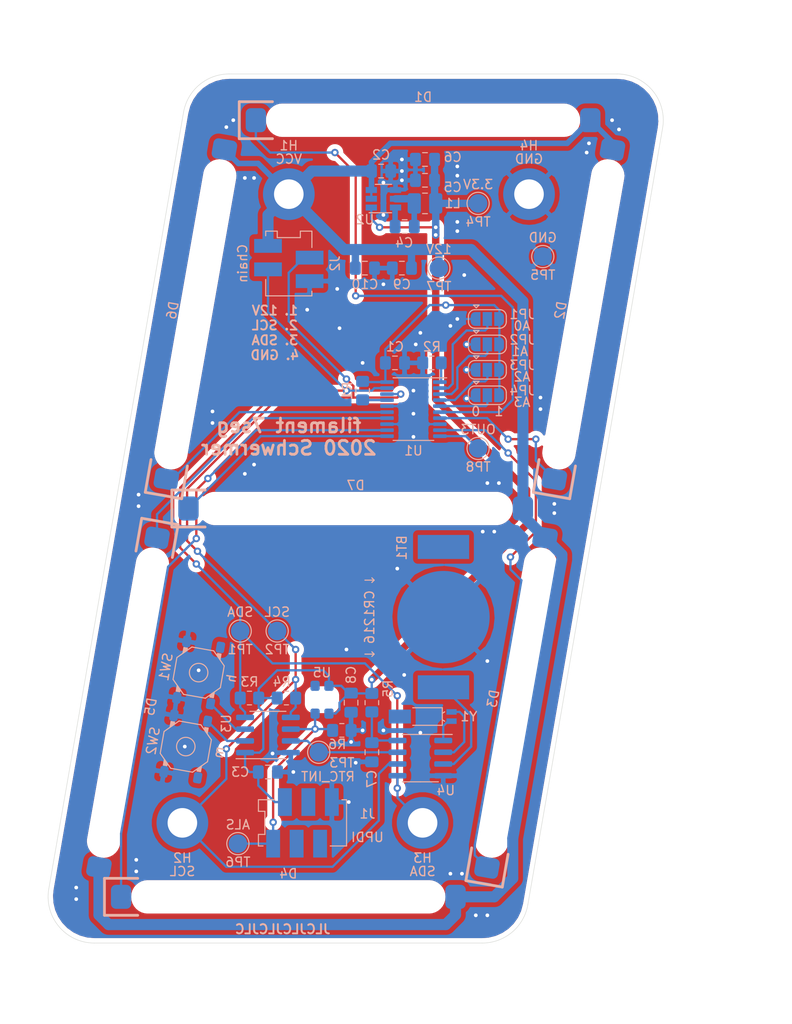
<source format=kicad_pcb>
(kicad_pcb (version 20171130) (host pcbnew 5.1.8)
  (layers (0 F.Cu signal) (31 B.Cu signal) (34 B.Paste user) (35 F.Paste user) (36 B.SilkS user) (37 F.SilkS user) (38 B.Mask user) (39 F.Mask user) (44 Edge.Cuts user))
  (net 0 "")
  (net 1 "Net-(D1-Pad1)")
  (net 2 "Net-(D2-Pad1)")
  (net 3 "Net-(D3-Pad1)")
  (net 4 "Net-(D4-Pad1)")
  (net 5 "Net-(D5-Pad1)")
  (net 6 "Net-(D6-Pad1)")
  (net 7 "Net-(D7-Pad1)")
  (net 8 +3V3)
  (net 9 GND)
  (net 10 +12V)
  (net 11 "Net-(C4-Pad2)")
  (net 12 "Net-(C4-Pad1)")
  (net 13 "Net-(C7-Pad2)")
  (net 14 "Net-(JP1-Pad2)")
  (net 15 "Net-(JP2-Pad2)")
  (net 16 "Net-(JP3-Pad2)")
  (net 17 "Net-(JP4-Pad2)")
  (net 18 "Net-(R1-Pad2)")
  (net 19 "Net-(R2-Pad1)")
  (net 20 SDA)
  (net 21 SCL)
  (net 22 "Net-(SW2-Pad1)")
  (net 23 "Net-(SW1-Pad1)")
  (net 24 "Net-(J1-Pad1)")
  (net 25 RTC_INT)
  (net 26 "Net-(BT1-Pad1)")
  (net 27 "Net-(U4-Pad2)")
  (net 28 "Net-(U4-Pad1)")
  (net 29 "Net-(J1-Pad3)")
  (net 30 "Net-(J1-Pad4)")
  (net 31 "Net-(J1-Pad5)")
  (net 32 "Net-(SW1-Pad2)")
  (net 33 "Net-(SW2-Pad2)")
  (net 34 "Net-(TP8-Pad1)")
  (module filament-clock:filament-led (layer B.Cu) (at 17.353388 21 80)
    (fp_text reference D3 (at 0 -2.5 260) (layer B.SilkS) (effects (justify mirror)))
    (fp_text value LED)
    (pad "" np_thru_hole oval (at 0 0 80) (size 33 2.6) (drill oval 33 2.6) (layers *.Cu *.Mask))
    (pad 2 smd roundrect (at 18.1 0 80) (size 2.2 2.6) (layers B.Cu B.Paste B.Mask) (net 10 +12V))
    (pad 1 smd roundrect (at -18.1 0 80) (size 2.2 2.6) (layers B.Cu B.Paste B.Mask) (net 3 "Net-(D3-Pad1)"))
  )
  (module filament-clock:filament-led (layer B.Cu) (at 7.293223 -42)
    (fp_text reference D1 (at 0 -2.5) (layer B.SilkS) (effects (justify mirror)))
    (fp_text value LED)
    (pad "" np_thru_hole oval (at 0 0) (size 33 2.6) (drill oval 33 2.6) (layers *.Cu *.Mask))
    (pad 2 smd roundrect (at 18.1 0) (size 2.2 2.6) (layers B.Cu B.Paste B.Mask) (net 10 +12V))
    (pad 1 smd roundrect (at -18.1 0) (size 2.2 2.6) (layers B.Cu B.Paste B.Mask) (net 1 "Net-(D1-Pad1)"))
  )
  (module filament-clock:filament-led (layer B.Cu) (at 24.646611 -21 80)
    (fp_text reference D2 (at 0 -2.5 260) (layer B.SilkS) (effects (justify mirror)))
    (fp_text value LED)
    (pad "" np_thru_hole oval (at 0 0 80) (size 33 2.6) (drill oval 33 2.6) (layers *.Cu *.Mask))
    (pad 2 smd roundrect (at 18.1 0 80) (size 2.2 2.6) (layers B.Cu B.Paste B.Mask) (net 10 +12V))
    (pad 1 smd roundrect (at -18.1 0 80) (size 2.2 2.6) (layers B.Cu B.Paste B.Mask) (net 2 "Net-(D2-Pad1)"))
  )
  (module filament-clock:filament-led (layer B.Cu) (at -7.293223 42)
    (fp_text reference D4 (at 0 -2.5) (layer B.SilkS) (effects (justify mirror)))
    (fp_text value LED)
    (pad "" np_thru_hole oval (at 0 0) (size 33 2.6) (drill oval 33 2.6) (layers *.Cu *.Mask))
    (pad 2 smd roundrect (at 18.1 0) (size 2.2 2.6) (layers B.Cu B.Paste B.Mask) (net 10 +12V))
    (pad 1 smd roundrect (at -18.1 0) (size 2.2 2.6) (layers B.Cu B.Paste B.Mask) (net 4 "Net-(D4-Pad1)"))
  )
  (module filament-clock:filament-led (layer B.Cu) (at -24.646611 21 260)
    (fp_text reference D5 (at 0 -2.5 260) (layer B.SilkS) (effects (justify mirror)))
    (fp_text value LED)
    (pad "" np_thru_hole oval (at 0 0 260) (size 33 2.6) (drill oval 33 2.6) (layers *.Cu *.Mask))
    (pad 2 smd roundrect (at 18.1 0 260) (size 2.2 2.6) (layers B.Cu B.Paste B.Mask) (net 10 +12V))
    (pad 1 smd roundrect (at -18.1 0 260) (size 2.2 2.6) (layers B.Cu B.Paste B.Mask) (net 5 "Net-(D5-Pad1)"))
  )
  (module filament-clock:filament-led (layer B.Cu) (at -17.353388 -21 80)
    (fp_text reference D6 (at 0 -2.5 260) (layer B.SilkS) (effects (justify mirror)))
    (fp_text value LED)
    (pad "" np_thru_hole oval (at 0 0 80) (size 33 2.6) (drill oval 33 2.6) (layers *.Cu *.Mask))
    (pad 2 smd roundrect (at 18.1 0 80) (size 2.2 2.6) (layers B.Cu B.Paste B.Mask) (net 10 +12V))
    (pad 1 smd roundrect (at -18.1 0 80) (size 2.2 2.6) (layers B.Cu B.Paste B.Mask) (net 6 "Net-(D6-Pad1)"))
  )
  (module filament-clock:filament-led (layer B.Cu) (at 0 0)
    (fp_text reference D7 (at 0 -2.5) (layer B.SilkS) (effects (justify mirror)))
    (fp_text value LED)
    (pad "" np_thru_hole oval (at 0 0) (size 33 2.6) (drill oval 33 2.6) (layers *.Cu *.Mask))
    (pad 2 smd roundrect (at 18.1 0) (size 2.2 2.6) (layers B.Cu B.Paste B.Mask) (net 10 +12V))
    (pad 1 smd roundrect (at -18.1 0) (size 2.2 2.6) (layers B.Cu B.Paste B.Mask) (net 7 "Net-(D7-Pad1)"))
  )
  (module filament-clock:ConnectorMicromatch-6 (layer B.Cu) (at -5.759194 34 180)
    (fp_text reference J1 (at -7.029194 0.98) (layer B.SilkS) (effects (justify mirror)))
    (fp_text value UPDI (at -7.029194 -1.56) (layer B.SilkS) (effects (justify mirror)))
    (pad 1 smd rect (at 3.175 -2.25 180) (size 1.5 3) (layers B.Cu B.Paste B.Mask) (net 24 "Net-(J1-Pad1)"))
    (pad 2 smd rect (at 1.905 2.25 180) (size 1.5 3) (layers B.Cu B.Paste B.Mask) (net 8 +3V3))
    (pad 3 smd rect (at 0.635 -2.25 180) (size 1.5 3) (layers B.Cu B.Paste B.Mask) (net 29 "Net-(J1-Pad3)"))
    (pad 4 smd rect (at -0.635 2.25 180) (size 1.5 3) (layers B.Cu B.Paste B.Mask) (net 30 "Net-(J1-Pad4)"))
    (pad 5 smd rect (at -1.905 -2.25 180) (size 1.5 3) (layers B.Cu B.Paste B.Mask) (net 31 "Net-(J1-Pad5)"))
    (pad 6 smd rect (at -3.175 2.25 180) (size 1.5 3) (layers B.Cu B.Paste B.Mask) (net 9 GND))
  )
  (module filament-clock:chipled-4 (layer B.Cu) (at -3.646611 20.680962)
    (fp_text reference U5 (at 0 -2.930962) (layer B.SilkS) (effects (justify mirror)))
    (fp_text value apds-9006)
    (pad "" np_thru_hole oval (at -0.85 0) (size 1 1.89) (drill oval 1 1.89) (layers *.Cu *.Mask))
    (pad "" np_thru_hole oval (at 0.85 0) (size 1 1.89) (drill oval 1 1.89) (layers *.Cu *.Mask))
    (pad "" np_thru_hole oval (at 0 -0.445) (size 2.7 1) (drill oval 2.7 1) (layers *.Cu *.Mask))
    (pad "" np_thru_hole oval (at 0 0.445) (size 2.7 1) (drill oval 2.7 1) (layers *.Cu *.Mask))
    (pad 3 smd roundrect (at 0.75 -1.5) (size 1 1.11) (layers B.Cu B.Paste B.Mask) (net 8 +3V3))
    (pad 4 smd roundrect (at -0.75 -1.5) (size 1 1.11) (layers B.Cu B.Paste B.Mask))
    (pad 2 smd roundrect (at 0.75 1.5) (size 1 1.11) (layers B.Cu B.Paste B.Mask) (net 8 +3V3))
    (pad 1 smd roundrect (at -0.75 1.5) (size 1 1.11) (layers B.Cu B.Paste B.Mask) (net 24 "Net-(J1-Pad1)"))
  )
  (module filament-clock:pts526 (layer B.Cu) (at -17 17.75 80)
    (fp_text reference SW1 (at 0 -3.6 260) (layer B.SilkS) (effects (justify mirror)))
    (fp_text value h (at 0 3.6 260) (layer B.SilkS) (effects (justify mirror)))
    (pad 4 smd roundrect (at 3.1 -1.85 80) (size 1.2 0.9) (layers B.Cu B.Paste B.Mask) (net 9 GND))
    (pad 3 smd roundrect (at -3.1 -1.85 80) (size 1.2 0.9) (layers B.Cu B.Paste B.Mask) (net 9 GND))
    (pad 1 smd roundrect (at -3.1 1.85 80) (size 1.2 0.9) (layers B.Cu B.Paste B.Mask) (net 23 "Net-(SW1-Pad1)"))
    (pad 2 smd roundrect (at 3.1 1.85 80) (size 1.2 0.9) (layers B.Cu B.Paste B.Mask) (net 32 "Net-(SW1-Pad2)"))
  )
  (module filament-clock:pts526 (layer B.Cu) (at -18.389185 25.75 80)
    (fp_text reference SW2 (at 0 -3.6 -100) (layer B.SilkS) (effects (justify mirror)))
    (fp_text value m (at 0 3.6 -100) (layer B.SilkS) (effects (justify mirror)))
    (pad 4 smd roundrect (at 3.1 -1.85 80) (size 1.2 0.9) (layers B.Cu B.Paste B.Mask) (net 9 GND))
    (pad 3 smd roundrect (at -3.1 -1.85 80) (size 1.2 0.9) (layers B.Cu B.Paste B.Mask) (net 9 GND))
    (pad 1 smd roundrect (at -3.1 1.85 80) (size 1.2 0.9) (layers B.Cu B.Paste B.Mask) (net 22 "Net-(SW2-Pad1)"))
    (pad 2 smd roundrect (at 3.1 1.85 80) (size 1.2 0.9) (layers B.Cu B.Paste B.Mask) (net 33 "Net-(SW2-Pad2)"))
  )
  (module filament-clock:ConnectorMicromatch-4 (layer B.Cu) (at -7.240806 -26.5 90)
    (fp_text reference J2 (at 0 5 90) (layer B.SilkS) (effects (justify mirror)))
    (fp_text value Chain (at 0 -5 90) (layer B.SilkS) (effects (justify mirror)))
    (pad 1 smd rect (at 1.905 -2.25 90) (size 1.5 3) (layers B.Cu B.Paste B.Mask) (net 10 +12V))
    (pad 2 smd rect (at 0.635 2.25 90) (size 1.5 3) (layers B.Cu B.Paste B.Mask) (net 21 SCL))
    (pad 3 smd rect (at -0.635 -2.25 90) (size 1.5 3) (layers B.Cu B.Paste B.Mask) (net 20 SDA))
    (pad 4 smd rect (at -1.905 2.25 90) (size 1.5 3) (layers B.Cu B.Paste B.Mask) (net 9 GND))
  )
  (module filament-clock:BC-2017 (layer B.Cu) (at 9.5 11.75 90)
    (fp_text reference BT1 (at 7.5 -4.5 90) (layer B.SilkS) (effects (justify mirror)))
    (fp_text value CR1216)
    (fp_text user CR1216 (at 0 -8 90) (layer B.SilkS) (effects (justify mirror)))
    (pad 2 smd circle (at 0 0 90) (size 10 10) (layers B.Cu B.Mask) (net 9 GND))
    (pad 1 smd rect (at 7.59 0 90) (size 2.6 5.56) (layers B.Cu B.Paste B.Mask) (net 26 "Net-(BT1-Pad1)"))
    (pad 1 smd rect (at -7.59 0 90) (size 2.6 5.56) (layers B.Cu B.Paste B.Mask) (net 26 "Net-(BT1-Pad1)"))
  )
  (module Jumper:SolderJumper-3_P1.3mm_Open_RoundedPad1.0x1.5mm (layer B.Cu) (at 14.25 -12.25)
    (fp_text reference JP4 (at 3.75 -0.5) (layer B.SilkS) (effects (justify mirror)))
    (fp_text value A3 (at 3.75 0.75) (layer B.SilkS) (effects (justify mirror)))
    (pad 2 smd rect (at 0 0) (size 1 1.5) (layers B.Cu B.Mask) (net 17 "Net-(JP4-Pad2)"))
    (pad 3 smd custom (at 1.3 0) (size 1 0.5) (layers B.Cu B.Mask) (net 8 +3V3) (options (clearance outline) (anchor rect)) (primitives (gr_circle (center 0 -0.25) (end 0.5 -0.25) (width 0)) (gr_circle (center 0 0.25) (end 0.5 0.25) (width 0)) (gr_poly (pts (xy -0.55 0.75) (xy 0 0.75) (xy 0 -0.75) (xy -0.55 -0.75)) (width 0))))
    (pad 1 smd custom (at -1.3 0) (size 1 0.5) (layers B.Cu B.Mask) (net 9 GND) (options (clearance outline) (anchor rect)) (primitives (gr_circle (center 0 -0.25) (end 0.5 -0.25) (width 0)) (gr_circle (center 0 0.25) (end 0.5 0.25) (width 0)) (gr_poly (pts (xy 0.55 0.75) (xy 0 0.75) (xy 0 -0.75) (xy 0.55 -0.75)) (width 0))))
  )
  (module Resistor_SMD:R_0805_2012Metric_Pad1.20x1.40mm_HandSolder (layer B.Cu) (at 1.75 21 270)
    (fp_text reference R5 (at -1.5 -1.75 90) (layer B.SilkS) (effects (justify mirror)))
    (fp_text value 1k)
    (pad 2 smd roundrect (at 1 0 270) (size 1.2 1.4) (layers B.Cu B.Paste B.Mask) (roundrect_rratio 0.2083325) (net 13 "Net-(C7-Pad2)"))
    (pad 1 smd roundrect (at -1 0 270) (size 1.2 1.4) (layers B.Cu B.Paste B.Mask) (roundrect_rratio 0.2083325) (net 8 +3V3))
  )
  (module Capacitor_SMD:C_0805_2012Metric_Pad1.18x1.45mm_HandSolder (layer B.Cu) (at 4.25 -15.75)
    (fp_text reference C1 (at 0 -1.75) (layer B.SilkS) (effects (justify mirror)))
    (fp_text value 100n)
    (pad 2 smd roundrect (at 1.0375 0) (size 1.175 1.45) (layers B.Cu B.Paste B.Mask) (roundrect_rratio 0.2127659574468085) (net 9 GND))
    (pad 1 smd roundrect (at -1.0375 0) (size 1.175 1.45) (layers B.Cu B.Paste B.Mask) (roundrect_rratio 0.2127659574468085) (net 8 +3V3))
  )
  (module Capacitor_SMD:C_0805_2012Metric_Pad1.18x1.45mm_HandSolder (layer B.Cu) (at 2.75 -36.5)
    (fp_text reference C2 (at 0 -1.75) (layer B.SilkS) (effects (justify mirror)))
    (fp_text value 10µ)
    (pad 2 smd roundrect (at 1.0375 0) (size 1.175 1.45) (layers B.Cu B.Paste B.Mask) (roundrect_rratio 0.2127659574468085) (net 9 GND))
    (pad 1 smd roundrect (at -1.0375 0) (size 1.175 1.45) (layers B.Cu B.Paste B.Mask) (roundrect_rratio 0.2127659574468085) (net 10 +12V))
  )
  (module Capacitor_SMD:C_0805_2012Metric_Pad1.18x1.45mm_HandSolder (layer B.Cu) (at -9.5 28.5 180)
    (fp_text reference C3 (at 3 0) (layer B.SilkS) (effects (justify mirror)))
    (fp_text value 100n)
    (pad 2 smd roundrect (at 1.0375 0 180) (size 1.175 1.45) (layers B.Cu B.Paste B.Mask) (roundrect_rratio 0.2127659574468085) (net 8 +3V3))
    (pad 1 smd roundrect (at -1.0375 0 180) (size 1.175 1.45) (layers B.Cu B.Paste B.Mask) (roundrect_rratio 0.2127659574468085) (net 9 GND))
  )
  (module Capacitor_SMD:C_0805_2012Metric_Pad1.18x1.45mm_HandSolder (layer B.Cu) (at 5.3 -30.5 180)
    (fp_text reference C4 (at 0.05 -1.75) (layer B.SilkS) (effects (justify mirror)))
    (fp_text value 100n)
    (pad 2 smd roundrect (at 1.0375 0 180) (size 1.175 1.45) (layers B.Cu B.Paste B.Mask) (roundrect_rratio 0.2127659574468085) (net 11 "Net-(C4-Pad2)"))
    (pad 1 smd roundrect (at -1.0375 0 180) (size 1.175 1.45) (layers B.Cu B.Paste B.Mask) (roundrect_rratio 0.2127659574468085) (net 12 "Net-(C4-Pad1)"))
  )
  (module Capacitor_SMD:C_0805_2012Metric_Pad1.18x1.45mm_HandSolder (layer B.Cu) (at 7.5 -35.5 180)
    (fp_text reference C5 (at -3 -0.75) (layer B.SilkS) (effects (justify mirror)))
    (fp_text value 22µ)
    (pad 2 smd roundrect (at 1.0375 0 180) (size 1.175 1.45) (layers B.Cu B.Paste B.Mask) (roundrect_rratio 0.2127659574468085) (net 9 GND))
    (pad 1 smd roundrect (at -1.0375 0 180) (size 1.175 1.45) (layers B.Cu B.Paste B.Mask) (roundrect_rratio 0.2127659574468085) (net 8 +3V3))
  )
  (module Capacitor_SMD:C_0805_2012Metric_Pad1.18x1.45mm_HandSolder (layer B.Cu) (at 7.5 -37.75 180)
    (fp_text reference C6 (at -3 0.25) (layer B.SilkS) (effects (justify mirror)))
    (fp_text value 22µ)
    (pad 2 smd roundrect (at 1.0375 0 180) (size 1.175 1.45) (layers B.Cu B.Paste B.Mask) (roundrect_rratio 0.2127659574468085) (net 9 GND))
    (pad 1 smd roundrect (at -1.0375 0 180) (size 1.175 1.45) (layers B.Cu B.Paste B.Mask) (roundrect_rratio 0.2127659574468085) (net 8 +3V3))
  )
  (module Capacitor_SMD:C_0805_2012Metric_Pad1.18x1.45mm_HandSolder (layer B.Cu) (at 1.75 26.365 90)
    (fp_text reference C7 (at -2.885 0 90) (layer B.SilkS) (effects (justify mirror)))
    (fp_text value 3.3µ)
    (pad 2 smd roundrect (at 1.0375 0 90) (size 1.175 1.45) (layers B.Cu B.Paste B.Mask) (roundrect_rratio 0.2127659574468085) (net 13 "Net-(C7-Pad2)"))
    (pad 1 smd roundrect (at -1.0375 0 90) (size 1.175 1.45) (layers B.Cu B.Paste B.Mask) (roundrect_rratio 0.2127659574468085) (net 9 GND))
  )
  (module Jumper:SolderJumper-3_P1.3mm_Open_RoundedPad1.0x1.5mm (layer B.Cu) (at 14.25 -20.5)
    (fp_text reference JP1 (at 3.75 -0.5) (layer B.SilkS) (effects (justify mirror)))
    (fp_text value A0 (at 3.75 0.75) (layer B.SilkS) (effects (justify mirror)))
    (pad 2 smd rect (at 0 0) (size 1 1.5) (layers B.Cu B.Mask) (net 14 "Net-(JP1-Pad2)"))
    (pad 3 smd custom (at 1.3 0) (size 1 0.5) (layers B.Cu B.Mask) (net 8 +3V3) (options (clearance outline) (anchor rect)) (primitives (gr_circle (center 0 -0.25) (end 0.5 -0.25) (width 0)) (gr_circle (center 0 0.25) (end 0.5 0.25) (width 0)) (gr_poly (pts (xy -0.55 0.75) (xy 0 0.75) (xy 0 -0.75) (xy -0.55 -0.75)) (width 0))))
    (pad 1 smd custom (at -1.3 0) (size 1 0.5) (layers B.Cu B.Mask) (net 9 GND) (options (clearance outline) (anchor rect)) (primitives (gr_circle (center 0 -0.25) (end 0.5 -0.25) (width 0)) (gr_circle (center 0 0.25) (end 0.5 0.25) (width 0)) (gr_poly (pts (xy 0.55 0.75) (xy 0 0.75) (xy 0 -0.75) (xy 0.55 -0.75)) (width 0))))
  )
  (module Jumper:SolderJumper-3_P1.3mm_Open_RoundedPad1.0x1.5mm (layer B.Cu) (at 14.25 -17.75)
    (fp_text reference JP2 (at 3.75 -0.5) (layer B.SilkS) (effects (justify mirror)))
    (fp_text value A1 (at 3.5 0.75) (layer B.SilkS) (effects (justify mirror)))
    (pad 2 smd rect (at 0 0) (size 1 1.5) (layers B.Cu B.Mask) (net 15 "Net-(JP2-Pad2)"))
    (pad 3 smd custom (at 1.3 0) (size 1 0.5) (layers B.Cu B.Mask) (net 8 +3V3) (options (clearance outline) (anchor rect)) (primitives (gr_circle (center 0 -0.25) (end 0.5 -0.25) (width 0)) (gr_circle (center 0 0.25) (end 0.5 0.25) (width 0)) (gr_poly (pts (xy -0.55 0.75) (xy 0 0.75) (xy 0 -0.75) (xy -0.55 -0.75)) (width 0))))
    (pad 1 smd custom (at -1.3 0) (size 1 0.5) (layers B.Cu B.Mask) (net 9 GND) (options (clearance outline) (anchor rect)) (primitives (gr_circle (center 0 -0.25) (end 0.5 -0.25) (width 0)) (gr_circle (center 0 0.25) (end 0.5 0.25) (width 0)) (gr_poly (pts (xy 0.55 0.75) (xy 0 0.75) (xy 0 -0.75) (xy 0.55 -0.75)) (width 0))))
  )
  (module Jumper:SolderJumper-3_P1.3mm_Open_RoundedPad1.0x1.5mm (layer B.Cu) (at 14.25 -15)
    (fp_text reference JP3 (at 3.75 -0.5) (layer B.SilkS) (effects (justify mirror)))
    (fp_text value A2 (at 3.75 0.75) (layer B.SilkS) (effects (justify mirror)))
    (pad 2 smd rect (at 0 0) (size 1 1.5) (layers B.Cu B.Mask) (net 16 "Net-(JP3-Pad2)"))
    (pad 3 smd custom (at 1.3 0) (size 1 0.5) (layers B.Cu B.Mask) (net 8 +3V3) (options (clearance outline) (anchor rect)) (primitives (gr_circle (center 0 -0.25) (end 0.5 -0.25) (width 0)) (gr_circle (center 0 0.25) (end 0.5 0.25) (width 0)) (gr_poly (pts (xy -0.55 0.75) (xy 0 0.75) (xy 0 -0.75) (xy -0.55 -0.75)) (width 0))))
    (pad 1 smd custom (at -1.3 0) (size 1 0.5) (layers B.Cu B.Mask) (net 9 GND) (options (clearance outline) (anchor rect)) (primitives (gr_circle (center 0 -0.25) (end 0.5 -0.25) (width 0)) (gr_circle (center 0 0.25) (end 0.5 0.25) (width 0)) (gr_poly (pts (xy 0.55 0.75) (xy 0 0.75) (xy 0 -0.75) (xy 0.55 -0.75)) (width 0))))
  )
  (module Inductor_SMD:L_1008_2520Metric_Pad1.43x2.20mm_HandSolder (layer B.Cu) (at 7.5 -33)
    (fp_text reference L1 (at 3 0) (layer B.SilkS) (effects (justify mirror)))
    (fp_text value 4.7µ)
    (pad 2 smd roundrect (at 1.1625 0) (size 1.425 2.2) (layers B.Cu B.Paste B.Mask) (roundrect_rratio 0.1754385964912281) (net 8 +3V3))
    (pad 1 smd roundrect (at -1.1625 0) (size 1.425 2.2) (layers B.Cu B.Paste B.Mask) (roundrect_rratio 0.1754385964912281) (net 12 "Net-(C4-Pad1)"))
  )
  (module Resistor_SMD:R_0805_2012Metric_Pad1.20x1.40mm_HandSolder (layer B.Cu) (at 0.75 -12.75 270)
    (fp_text reference R1 (at 0 1.65 90) (layer B.SilkS) (effects (justify mirror)))
    (fp_text value 10k)
    (pad 2 smd roundrect (at 1 0 270) (size 1.2 1.4) (layers B.Cu B.Paste B.Mask) (roundrect_rratio 0.2083325) (net 18 "Net-(R1-Pad2)"))
    (pad 1 smd roundrect (at -1 0 270) (size 1.2 1.4) (layers B.Cu B.Paste B.Mask) (roundrect_rratio 0.2083325) (net 8 +3V3))
  )
  (module Resistor_SMD:R_0805_2012Metric_Pad1.20x1.40mm_HandSolder (layer B.Cu) (at 8.25 -15.75 180)
    (fp_text reference R2 (at 0 1.75) (layer B.SilkS) (effects (justify mirror)))
    (fp_text value 3.9k)
    (pad 2 smd roundrect (at 1 0 180) (size 1.2 1.4) (layers B.Cu B.Paste B.Mask) (roundrect_rratio 0.2083325) (net 9 GND))
    (pad 1 smd roundrect (at -1 0 180) (size 1.2 1.4) (layers B.Cu B.Paste B.Mask) (roundrect_rratio 0.2083325) (net 19 "Net-(R2-Pad1)"))
  )
  (module Resistor_SMD:R_0805_2012Metric_Pad1.20x1.40mm_HandSolder (layer B.Cu) (at -11.5 20.5 180)
    (fp_text reference R3 (at 0 1.75) (layer B.SilkS) (effects (justify mirror)))
    (fp_text value 4.7k)
    (pad 2 smd roundrect (at 1 0 180) (size 1.2 1.4) (layers B.Cu B.Paste B.Mask) (roundrect_rratio 0.2083325) (net 20 SDA))
    (pad 1 smd roundrect (at -1 0 180) (size 1.2 1.4) (layers B.Cu B.Paste B.Mask) (roundrect_rratio 0.2083325) (net 8 +3V3))
  )
  (module Resistor_SMD:R_0805_2012Metric_Pad1.20x1.40mm_HandSolder (layer B.Cu) (at -7.5 20.5)
    (fp_text reference R4 (at -0.5 -1.75) (layer B.SilkS) (effects (justify mirror)))
    (fp_text value 4.7k)
    (pad 2 smd roundrect (at 1 0) (size 1.2 1.4) (layers B.Cu B.Paste B.Mask) (roundrect_rratio 0.2083325) (net 21 SCL))
    (pad 1 smd roundrect (at -1 0) (size 1.2 1.4) (layers B.Cu B.Paste B.Mask) (roundrect_rratio 0.2083325) (net 8 +3V3))
  )
  (module Package_SO:TSSOP-20_4.4x6.5mm_P0.65mm (layer B.Cu) (at 6.25 -10.75 180)
    (fp_text reference U1 (at 0 -4.5) (layer B.SilkS) (effects (justify mirror)))
    (fp_text value TLC59108xPW)
    (pad 20 smd roundrect (at 2.8625 2.925 180) (size 1.475 0.4) (layers B.Cu B.Paste B.Mask) (net 8 +3V3))
    (pad 19 smd roundrect (at 2.8625 2.275 180) (size 1.475 0.4) (layers B.Cu B.Paste B.Mask) (net 20 SDA))
    (pad 18 smd roundrect (at 2.8625 1.625 180) (size 1.475 0.4) (layers B.Cu B.Paste B.Mask) (net 21 SCL))
    (pad 17 smd roundrect (at 2.8625 0.975 180) (size 1.475 0.4) (layers B.Cu B.Paste B.Mask) (net 18 "Net-(R1-Pad2)"))
    (pad 16 smd roundrect (at 2.8625 0.325 180) (size 1.475 0.4) (layers B.Cu B.Paste B.Mask) (net 9 GND))
    (pad 15 smd roundrect (at 2.8625 -0.325 180) (size 1.475 0.4) (layers B.Cu B.Paste B.Mask) (net 6 "Net-(D6-Pad1)"))
    (pad 14 smd roundrect (at 2.8625 -0.975 180) (size 1.475 0.4) (layers B.Cu B.Paste B.Mask) (net 5 "Net-(D5-Pad1)"))
    (pad 13 smd roundrect (at 2.8625 -1.625 180) (size 1.475 0.4) (layers B.Cu B.Paste B.Mask) (net 9 GND))
    (pad 12 smd roundrect (at 2.8625 -2.275 180) (size 1.475 0.4) (layers B.Cu B.Paste B.Mask) (net 4 "Net-(D4-Pad1)"))
    (pad 11 smd roundrect (at 2.8625 -2.925 180) (size 1.475 0.4) (layers B.Cu B.Paste B.Mask) (net 7 "Net-(D7-Pad1)"))
    (pad 10 smd roundrect (at -2.8625 -2.925 180) (size 1.475 0.4) (layers B.Cu B.Paste B.Mask) (net 34 "Net-(TP8-Pad1)"))
    (pad 9 smd roundrect (at -2.8625 -2.275 180) (size 1.475 0.4) (layers B.Cu B.Paste B.Mask) (net 3 "Net-(D3-Pad1)"))
    (pad 8 smd roundrect (at -2.8625 -1.625 180) (size 1.475 0.4) (layers B.Cu B.Paste B.Mask) (net 9 GND))
    (pad 7 smd roundrect (at -2.8625 -0.975 180) (size 1.475 0.4) (layers B.Cu B.Paste B.Mask) (net 2 "Net-(D2-Pad1)"))
    (pad 6 smd roundrect (at -2.8625 -0.325 180) (size 1.475 0.4) (layers B.Cu B.Paste B.Mask) (net 1 "Net-(D1-Pad1)"))
    (pad 5 smd roundrect (at -2.8625 0.325 180) (size 1.475 0.4) (layers B.Cu B.Paste B.Mask) (net 17 "Net-(JP4-Pad2)"))
    (pad 4 smd roundrect (at -2.8625 0.975 180) (size 1.475 0.4) (layers B.Cu B.Paste B.Mask) (net 16 "Net-(JP3-Pad2)"))
    (pad 3 smd roundrect (at -2.8625 1.625 180) (size 1.475 0.4) (layers B.Cu B.Paste B.Mask) (net 15 "Net-(JP2-Pad2)"))
    (pad 2 smd roundrect (at -2.8625 2.275 180) (size 1.475 0.4) (layers B.Cu B.Paste B.Mask) (net 14 "Net-(JP1-Pad2)"))
    (pad 1 smd roundrect (at -2.8625 2.925 180) (size 1.475 0.4) (layers B.Cu B.Paste B.Mask) (net 19 "Net-(R2-Pad1)"))
  )
  (module Package_TO_SOT_SMD:TSOT-23-6 (layer B.Cu) (at 3 -33.5)
    (fp_text reference U2 (at -2 2.25) (layer B.SilkS) (effects (justify mirror)))
    (fp_text value AP63203WU)
    (pad 6 smd rect (at 1.31 0.95) (size 1.22 0.65) (layers B.Cu B.Paste B.Mask) (net 11 "Net-(C4-Pad2)"))
    (pad 5 smd rect (at 1.31 0) (size 1.22 0.65) (layers B.Cu B.Paste B.Mask) (net 12 "Net-(C4-Pad1)"))
    (pad 4 smd rect (at 1.31 -0.95) (size 1.22 0.65) (layers B.Cu B.Paste B.Mask) (net 9 GND))
    (pad 3 smd rect (at -1.31 -0.95) (size 1.22 0.65) (layers B.Cu B.Paste B.Mask) (net 10 +12V))
    (pad 2 smd rect (at -1.31 0) (size 1.22 0.65) (layers B.Cu B.Paste B.Mask) (net 10 +12V))
    (pad 1 smd rect (at -1.31 0.95) (size 1.22 0.65) (layers B.Cu B.Paste B.Mask) (net 8 +3V3))
  )
  (module Package_SO:SOIC-8_3.9x4.9mm_P1.27mm (layer B.Cu) (at -9.5 24.5)
    (fp_text reference U3 (at -4.5 -1.25 90) (layer B.SilkS) (effects (justify mirror)))
    (fp_text value ATtiny412-SS)
    (pad 8 smd roundrect (at 2.475 1.905) (size 1.95 0.6) (layers B.Cu B.Paste B.Mask) (net 9 GND))
    (pad 7 smd roundrect (at 2.475 0.635) (size 1.95 0.6) (layers B.Cu B.Paste B.Mask) (net 25 RTC_INT))
    (pad 6 smd roundrect (at 2.475 -0.635) (size 1.95 0.6) (layers B.Cu B.Paste B.Mask) (net 24 "Net-(J1-Pad1)"))
    (pad 5 smd roundrect (at 2.475 -1.905) (size 1.95 0.6) (layers B.Cu B.Paste B.Mask) (net 21 SCL))
    (pad 4 smd roundrect (at -2.475 -1.905) (size 1.95 0.6) (layers B.Cu B.Paste B.Mask) (net 20 SDA))
    (pad 3 smd roundrect (at -2.475 -0.635) (size 1.95 0.6) (layers B.Cu B.Paste B.Mask) (net 23 "Net-(SW1-Pad1)"))
    (pad 2 smd roundrect (at -2.475 0.635) (size 1.95 0.6) (layers B.Cu B.Paste B.Mask) (net 33 "Net-(SW2-Pad2)"))
    (pad 1 smd roundrect (at -2.475 1.905) (size 1.95 0.6) (layers B.Cu B.Paste B.Mask) (net 8 +3V3))
  )
  (module Package_SO:SOIC-8_3.9x4.9mm_P1.27mm (layer B.Cu) (at 7 27 180)
    (fp_text reference U4 (at -2.75 -3.5) (layer B.SilkS) (effects (justify mirror)))
    (fp_text value PCF8523T)
    (pad 8 smd roundrect (at 2.475 1.905 180) (size 1.95 0.6) (layers B.Cu B.Paste B.Mask) (net 13 "Net-(C7-Pad2)"))
    (pad 7 smd roundrect (at 2.475 0.635 180) (size 1.95 0.6) (layers B.Cu B.Paste B.Mask) (net 25 RTC_INT))
    (pad 6 smd roundrect (at 2.475 -0.635 180) (size 1.95 0.6) (layers B.Cu B.Paste B.Mask) (net 21 SCL))
    (pad 5 smd roundrect (at 2.475 -1.905 180) (size 1.95 0.6) (layers B.Cu B.Paste B.Mask) (net 20 SDA))
    (pad 4 smd roundrect (at -2.475 -1.905 180) (size 1.95 0.6) (layers B.Cu B.Paste B.Mask) (net 9 GND))
    (pad 3 smd roundrect (at -2.475 -0.635 180) (size 1.95 0.6) (layers B.Cu B.Paste B.Mask) (net 26 "Net-(BT1-Pad1)"))
    (pad 2 smd roundrect (at -2.475 0.635 180) (size 1.95 0.6) (layers B.Cu B.Paste B.Mask) (net 27 "Net-(U4-Pad2)"))
    (pad 1 smd roundrect (at -2.475 1.905 180) (size 1.95 0.6) (layers B.Cu B.Paste B.Mask) (net 28 "Net-(U4-Pad1)"))
  )
  (module Resistor_SMD:R_0805_2012Metric_Pad1.20x1.40mm_HandSolder (layer B.Cu) (at -1.5 24)
    (fp_text reference R6 (at -0.5 1.5) (layer B.SilkS) (effects (justify mirror)))
    (fp_text value 5k)
    (pad 2 smd roundrect (at 1 0) (size 1.2 1.4) (layers B.Cu B.Paste B.Mask) (roundrect_rratio 0.2083325) (net 9 GND))
    (pad 1 smd roundrect (at -1 0) (size 1.2 1.4) (layers B.Cu B.Paste B.Mask) (roundrect_rratio 0.2083325) (net 24 "Net-(J1-Pad1)"))
  )
  (module TestPoint:TestPoint_Pad_D2.0mm (layer B.Cu) (at -12.5 13.25)
    (fp_text reference TP1 (at 0 1.998) (layer B.SilkS) (effects (justify mirror)))
    (fp_text value SDA (at 0 -2.05) (layer B.SilkS) (effects (justify mirror)))
    (pad 1 smd circle (at 0 0) (size 2 2) (layers B.Cu B.Mask) (net 20 SDA))
  )
  (module TestPoint:TestPoint_Pad_D2.0mm (layer B.Cu) (at -8.5 13.25)
    (fp_text reference TP2 (at 0 1.998) (layer B.SilkS) (effects (justify mirror)))
    (fp_text value SCL (at 0 -2.05) (layer B.SilkS) (effects (justify mirror)))
    (pad 1 smd circle (at 0 0) (size 2 2) (layers B.Cu B.Mask) (net 21 SCL))
  )
  (module TestPoint:TestPoint_Pad_D2.0mm (layer B.Cu) (at -4 26.365)
    (fp_text reference TP3 (at 2.5 1.135) (layer B.SilkS) (effects (justify mirror)))
    (fp_text value RTC_INT (at 1 2.635) (layer B.SilkS) (effects (justify mirror)))
    (pad 1 smd circle (at 0 0) (size 2 2) (layers B.Cu B.Mask) (net 25 RTC_INT))
  )
  (module Crystal:Crystal_SMD_MicroCrystal_MS3V-T1R (layer B.Cu) (at 7.25 22.5 90)
    (fp_text reference Y1 (at 0 5 180) (layer B.SilkS) (effects (justify mirror)))
    (fp_text value 32.768kHz)
    (pad 3 smd rect (at 0 -2.475 90) (size 1.5 2.4) (layers B.Cu B.Paste B.Mask))
    (pad 2 smd rect (at 0.5 3.125 90) (size 0.6 1.1) (layers B.Cu B.Paste B.Mask) (net 27 "Net-(U4-Pad2)"))
    (pad 1 smd rect (at -0.5 3.125 90) (size 0.6 1.1) (layers B.Cu B.Paste B.Mask) (net 28 "Net-(U4-Pad1)"))
  )
  (module Capacitor_SMD:C_0805_2012Metric_Pad1.18x1.45mm_HandSolder (layer B.Cu) (at -0.5 21 270)
    (fp_text reference C8 (at -3 0 90) (layer B.SilkS) (effects (justify mirror)))
    (fp_text value 100n)
    (pad 2 smd roundrect (at 1.0375 0 270) (size 1.175 1.45) (layers B.Cu B.Paste B.Mask) (roundrect_rratio 0.2127659574468085) (net 9 GND))
    (pad 1 smd roundrect (at -1.0375 0 270) (size 1.175 1.45) (layers B.Cu B.Paste B.Mask) (roundrect_rratio 0.2127659574468085) (net 8 +3V3))
  )
  (module MountingHole:MountingHole_3.2mm_M3_DIN965_Pad_TopOnly (layer B.Cu) (at -7.240806 -34)
    (fp_text reference H1 (at -0.009194 -5.25) (layer B.SilkS) (effects (justify mirror)))
    (fp_text value VCC (at 0 -3.8) (layer B.SilkS) (effects (justify mirror)))
    (pad 1 connect circle (at 0 0) (size 5.6 5.6) (layers B.Cu B.Mask) (net 10 +12V))
    (pad 1 thru_hole circle (at 0 0) (size 3.6 3.6) (drill 3.2) (layers *.Cu *.Mask) (net 10 +12V))
  )
  (module MountingHole:MountingHole_3.2mm_M3_DIN965_Pad_TopOnly (layer B.Cu) (at -18.759195 34)
    (fp_text reference H2 (at 0 3.8) (layer B.SilkS) (effects (justify mirror)))
    (fp_text value SCL (at 0.009195 5.25) (layer B.SilkS) (effects (justify mirror)))
    (pad 1 connect circle (at 0 0) (size 5.6 5.6) (layers B.Cu B.Mask) (net 21 SCL))
    (pad 1 thru_hole circle (at 0 0) (size 3.6 3.6) (drill 3.2) (layers *.Cu *.Mask) (net 21 SCL))
  )
  (module MountingHole:MountingHole_3.2mm_M3_DIN965_Pad_TopOnly (layer B.Cu) (at 7.240806 34)
    (fp_text reference H3 (at 0 3.8) (layer B.SilkS) (effects (justify mirror)))
    (fp_text value SDA (at 0.009194 5.25) (layer B.SilkS) (effects (justify mirror)))
    (pad 1 connect circle (at 0 0) (size 5.6 5.6) (layers B.Cu B.Mask) (net 20 SDA))
    (pad 1 thru_hole circle (at 0 0) (size 3.6 3.6) (drill 3.2) (layers *.Cu *.Mask) (net 20 SDA))
  )
  (module MountingHole:MountingHole_3.2mm_M3_DIN965_Pad_TopOnly (layer B.Cu) (at 18.759195 -34)
    (fp_text reference H4 (at -0.009195 -5.25) (layer B.SilkS) (effects (justify mirror)))
    (fp_text value GND (at 0 -3.8) (layer B.SilkS) (effects (justify mirror)))
    (pad 1 connect circle (at 0 0) (size 5.6 5.6) (layers B.Cu B.Mask) (net 9 GND))
    (pad 1 thru_hole circle (at 0 0) (size 3.6 3.6) (drill 3.2) (layers *.Cu *.Mask) (net 9 GND))
  )
  (module TestPoint:TestPoint_Pad_D2.0mm (layer B.Cu) (at 13.25 -33)
    (fp_text reference TP4 (at 0 1.998) (layer B.SilkS) (effects (justify mirror)))
    (fp_text value 3.3V (at 0 -2.05) (layer B.SilkS) (effects (justify mirror)))
    (pad 1 smd circle (at 0 0) (size 2 2) (layers B.Cu B.Mask) (net 8 +3V3))
  )
  (module TestPoint:TestPoint_Pad_D2.0mm (layer B.Cu) (at 20.25 -27.25)
    (fp_text reference TP5 (at 0 1.998) (layer B.SilkS) (effects (justify mirror)))
    (fp_text value GND (at 0 -2.05) (layer B.SilkS) (effects (justify mirror)))
    (pad 1 smd circle (at 0 0) (size 2 2) (layers B.Cu B.Mask) (net 9 GND))
  )
  (module TestPoint:TestPoint_Pad_D2.0mm (layer B.Cu) (at -12.75 36.25)
    (fp_text reference TP6 (at 0 1.998) (layer B.SilkS) (effects (justify mirror)))
    (fp_text value ALS (at 0 -2.05) (layer B.SilkS) (effects (justify mirror)))
    (pad 1 smd circle (at 0 0) (size 2 2) (layers B.Cu B.Mask) (net 24 "Net-(J1-Pad1)"))
  )
  (module Capacitor_SMD:C_0805_2012Metric_Pad1.18x1.45mm_HandSolder (layer B.Cu) (at 5 -26 180)
    (fp_text reference C9 (at 0 -1.75) (layer B.SilkS) (effects (justify mirror)))
    (fp_text value C)
    (pad 1 smd roundrect (at -1.0375 0 180) (size 1.175 1.45) (layers B.Cu B.Paste B.Mask) (roundrect_rratio 0.212766) (net 10 +12V))
    (pad 2 smd roundrect (at 1.0375 0 180) (size 1.175 1.45) (layers B.Cu B.Paste B.Mask) (roundrect_rratio 0.212766) (net 9 GND))
  )
  (module Capacitor_SMD:C_0805_2012Metric_Pad1.18x1.45mm_HandSolder (layer B.Cu) (at 1 -26)
    (fp_text reference C10 (at 0 1.75) (layer B.SilkS) (effects (justify mirror)))
    (fp_text value C)
    (pad 2 smd roundrect (at 1.0375 0) (size 1.175 1.45) (layers B.Cu B.Paste B.Mask) (roundrect_rratio 0.212766) (net 9 GND))
    (pad 1 smd roundrect (at -1.0375 0) (size 1.175 1.45) (layers B.Cu B.Paste B.Mask) (roundrect_rratio 0.212766) (net 10 +12V))
  )
  (module TestPoint:TestPoint_Pad_D2.0mm (layer B.Cu) (at 9 -26)
    (fp_text reference TP7 (at 0 1.998) (layer B.SilkS) (effects (justify mirror)))
    (fp_text value 12V (at 0 -2.05) (layer B.SilkS) (effects (justify mirror)))
    (pad 1 smd circle (at 0 0) (size 2 2) (layers B.Cu B.Mask) (net 10 +12V))
  )
  (module TestPoint:TestPoint_Pad_D2.0mm (layer B.Cu) (at 13.25 -6.5)
    (fp_text reference TP8 (at 0 1.998) (layer B.SilkS) (effects (justify mirror)))
    (fp_text value OUT3 (at 0 -2.05) (layer B.SilkS) (effects (justify mirror)))
    (pad 1 smd circle (at 0 0) (size 2 2) (layers B.Cu B.Mask) (net 34 "Net-(TP8-Pad1)"))
  )
  (gr_text "1. 12V\n2. SCL\n3. SDA\n4. GND" (at -8.75 -19) (layer B.SilkS) (effects (font (size 1 1) (thickness 0.2)) (justify mirror)))
  (gr_text "filament 7seg\n2020 Schwermer" (at -7.25 -7.75) (layer B.SilkS) (effects (font (size 1.5 1.5) (thickness 0.3)) (justify mirror)))
  (gr_text 1 (at 15.5 -10.5) (layer B.SilkS) (effects (font (size 1 1)) (justify mirror)))
  (gr_text 0 (at 13 -10.5) (layer B.SilkS) (effects (font (size 1 1)) (justify mirror)))
  (gr_line (start -33.217262 41.131759) (end -18.630816 -42.868241) (layer Edge.Cuts) (width 0.05))
  (gr_line (start 13.706777 47) (end -28.293223 47) (layer Edge.Cuts) (width 0.05))
  (gr_line (start 33.217262 -41.131759) (end 18.630816 42.868241) (layer Edge.Cuts) (width 0.05))
  (gr_line (start -13.706777 -47) (end 28.293223 -47) (layer Edge.Cuts) (width 0.05))
  (gr_arc (start -28.293223 42) (end -28.293223 47) (angle 100) (layer Edge.Cuts) (width 0.05))
  (gr_arc (start 13.706777 42) (end 13.706777 47) (angle -80) (layer Edge.Cuts) (width 0.05))
  (gr_arc (start 28.293223 -42) (end 28.293223 -47) (angle 100) (layer Edge.Cuts) (width 0.05))
  (gr_arc (start -13.706777 -42) (end -13.706777 -47) (angle -80) (layer Edge.Cuts) (width 0.05))
  (gr_text JLCJLCJLCJLC (at -7.9 45.5) (layer B.SilkS) (effects (font (size 1 1) (thickness 0.2)) (justify mirror)))
  (via (at -2.25 -38.5) (size 0.8) (drill 0.4) (layers F.Cu B.Cu) (net 1))
  (segment (start -2.25 -38.5) (end -9.25 -38.5) (width 0.25) (layer B.Cu) (net 1))
  (segment (start -10.806777 -40.056777) (end -10.806777 -42) (width 0.25) (layer B.Cu) (net 1))
  (segment (start -9.25 -38.5) (end -10.806777 -40.056777) (width 0.25) (layer B.Cu) (net 1))
  (via (at 0 -22.999996) (size 0.8) (drill 0.4) (layers F.Cu B.Cu) (net 1))
  (segment (start -2.25 -38.5) (end 0 -36.25) (width 0.25) (layer F.Cu) (net 1))
  (segment (start 0 -36.25) (end 0 -22.999996) (width 0.25) (layer F.Cu) (net 1))
  (segment (start 9.1125 -10.425) (end 15.675 -10.425) (width 0.25) (layer B.Cu) (net 1))
  (segment (start 15.675 -10.425) (end 17 -11.75) (width 0.25) (layer B.Cu) (net 1))
  (segment (start 17 -11.75) (end 17 -21.75) (width 0.25) (layer B.Cu) (net 1))
  (segment (start 17 -21.75) (end 15.750004 -22.999996) (width 0.25) (layer B.Cu) (net 1))
  (segment (start 15.750004 -22.999996) (end 0 -22.999996) (width 0.25) (layer B.Cu) (net 1))
  (segment (start 14.225 -9.775) (end 16.5 -7.5) (width 0.25) (layer B.Cu) (net 2))
  (segment (start 9.1125 -9.775) (end 14.225 -9.775) (width 0.25) (layer B.Cu) (net 2))
  (via (at 16.5 -7.5) (size 0.8) (drill 0.4) (layers F.Cu B.Cu) (net 2))
  (via (at 19.5 -7.5) (size 0.8) (drill 0.4) (layers F.Cu B.Cu) (net 2))
  (segment (start 16.5 -7.5) (end 19.5 -7.5) (width 0.25) (layer F.Cu) (net 2))
  (segment (start 19.5 -5.178559) (end 21.503579 -3.17498) (width 0.25) (layer B.Cu) (net 2))
  (segment (start 19.5 -7.5) (end 19.5 -5.178559) (width 0.25) (layer B.Cu) (net 2))
  (segment (start 12.891058 37.505722) (end 12.891058 36.3732) (width 0.25) (layer B.Cu) (net 3))
  (segment (start 14.210356 38.82502) (end 12.891058 37.505722) (width 0.25) (layer B.Cu) (net 3))
  (segment (start 12.891058 36.3732) (end 17.406798 10.763158) (width 0.25) (layer B.Cu) (net 3))
  (segment (start 17.406798 10.763158) (end 17.934905 7.768114) (width 0.25) (layer B.Cu) (net 3))
  (via (at 16.5 -6.000006) (size 0.8) (drill 0.4) (layers F.Cu B.Cu) (net 3))
  (segment (start 9.1125 -8.475) (end 14.025006 -8.475) (width 0.25) (layer B.Cu) (net 3))
  (segment (start 14.025006 -8.475) (end 16.5 -6.000006) (width 0.25) (layer B.Cu) (net 3))
  (via (at 16.75 5.25) (size 0.8) (drill 0.4) (layers F.Cu B.Cu) (net 3))
  (segment (start 17.934905 7.768115) (end 16.75 6.58321) (width 0.25) (layer B.Cu) (net 3))
  (segment (start 16.75 6.58321) (end 16.75 5.25) (width 0.25) (layer B.Cu) (net 3))
  (segment (start 19.5 2.5) (end 16.75 5.25) (width 0.25) (layer F.Cu) (net 3))
  (segment (start 16.5 -6.000006) (end 19.5 -3.000006) (width 0.25) (layer F.Cu) (net 3))
  (segment (start 19.5 -3.000006) (end 19.5 2.5) (width 0.25) (layer F.Cu) (net 3))
  (via (at -16 -3.25) (size 0.8) (drill 0.4) (layers F.Cu B.Cu) (net 4))
  (segment (start -10.775 -8.475) (end 3.3875 -8.475) (width 0.25) (layer B.Cu) (net 4))
  (segment (start -16 -3.25) (end -10.775 -8.475) (width 0.25) (layer B.Cu) (net 4))
  (segment (start -20.303623 6.303623) (end -17.25 3.25) (width 0.25) (layer B.Cu) (net 4))
  (segment (start -25.393223 35.168184) (end -20.303623 6.303623) (width 0.25) (layer B.Cu) (net 4))
  (segment (start -25.393223 42) (end -25.393223 35.168184) (width 0.25) (layer B.Cu) (net 4))
  (segment (start -17.25 -2) (end -17.25 3.25) (width 0.25) (layer F.Cu) (net 4))
  (segment (start -16 -3.25) (end -17.25 -2) (width 0.25) (layer F.Cu) (net 4))
  (via (at -17.25 3.25) (size 0.8) (drill 0.4) (layers F.Cu B.Cu) (net 4))
  (segment (start -11.1 -9.775) (end 3.3875 -9.775) (width 0.25) (layer B.Cu) (net 5))
  (segment (start -21.503579 0.628579) (end -11.1 -9.775) (width 0.25) (layer B.Cu) (net 5))
  (segment (start -21.503579 3.17498) (end -21.503579 0.628579) (width 0.25) (layer B.Cu) (net 5))
  (segment (start -20.32144 -3) (end -20.49642 -3.17498) (width 0.25) (layer B.Cu) (net 6))
  (segment (start 3.3875 -10.425) (end -12.575 -10.425) (width 0.25) (layer B.Cu) (net 6))
  (segment (start -19.82502 -3.17498) (end -20.49642 -3.17498) (width 0.25) (layer B.Cu) (net 6))
  (segment (start -12.575 -10.425) (end -19.82502 -3.17498) (width 0.25) (layer B.Cu) (net 6))
  (segment (start -10.275 -7.825) (end -18.1 0) (width 0.25) (layer B.Cu) (net 7))
  (segment (start 3.3875 -7.825) (end -10.275 -7.825) (width 0.25) (layer B.Cu) (net 7))
  (segment (start -11.975 26.405) (end -11.975 28.025) (width 0.25) (layer B.Cu) (net 8))
  (segment (start -11.5 28.5) (end -10.5375 28.5) (width 0.25) (layer B.Cu) (net 8))
  (segment (start -11.975 28.025) (end -11.5 28.5) (width 0.25) (layer B.Cu) (net 8))
  (segment (start -7.664194 31.75) (end -8.75 31.75) (width 0.25) (layer B.Cu) (net 8))
  (segment (start -10.5375 29.9625) (end -10.5375 28.5) (width 0.25) (layer B.Cu) (net 8))
  (segment (start -8.75 31.75) (end -10.5375 29.9625) (width 0.25) (layer B.Cu) (net 8))
  (segment (start -11.975 26.405) (end -10.405 26.405) (width 0.25) (layer B.Cu) (net 8))
  (segment (start -10.405 26.405) (end -10 26) (width 0.25) (layer B.Cu) (net 8))
  (segment (start -10 26) (end -10 22) (width 0.25) (layer B.Cu) (net 8))
  (segment (start -10.5 21.5) (end -10.5 20.5) (width 0.25) (layer B.Cu) (net 8))
  (segment (start -10 22) (end -10.5 21.5) (width 0.25) (layer B.Cu) (net 8))
  (segment (start -10.5 20.5) (end -8.5 20.5) (width 0.25) (layer B.Cu) (net 8))
  (segment (start -2.896611 19.180962) (end -2.896611 18.103389) (width 0.25) (layer B.Cu) (net 8))
  (segment (start -2.896611 18.103389) (end -3.5 17.5) (width 0.25) (layer B.Cu) (net 8))
  (segment (start -3.5 17.5) (end -8.5 17.5) (width 0.25) (layer B.Cu) (net 8))
  (segment (start -10.5 19.5) (end -10.5 20.5) (width 0.25) (layer B.Cu) (net 8))
  (segment (start -8.5 17.5) (end -10.5 19.5) (width 0.25) (layer B.Cu) (net 8))
  (segment (start -2.896611 22.180962) (end -2.180962 22.180962) (width 0.25) (layer B.Cu) (net 8))
  (segment (start -2.180962 22.180962) (end -1.75 21.75) (width 0.25) (layer B.Cu) (net 8))
  (segment (start -1.75 21.75) (end -1.75 21) (width 0.25) (layer B.Cu) (net 8))
  (segment (start -0.7125 19.9625) (end -0.5 19.9625) (width 0.25) (layer B.Cu) (net 8))
  (segment (start -1.75 21) (end -0.7125 19.9625) (width 0.25) (layer B.Cu) (net 8))
  (segment (start -2.896611 19.180962) (end -1.569038 19.180962) (width 0.25) (layer B.Cu) (net 8))
  (segment (start -0.7875 19.9625) (end -0.5 19.9625) (width 0.25) (layer B.Cu) (net 8))
  (segment (start -1.569038 19.180962) (end -0.7875 19.9625) (width 0.25) (layer B.Cu) (net 8))
  (segment (start -0.4625 20) (end -0.5 19.9625) (width 0.25) (layer B.Cu) (net 8))
  (segment (start 1.75 20) (end -0.4625 20) (width 0.25) (layer B.Cu) (net 8))
  (segment (start 8.5375 -37.75) (end 8.5375 -35.5) (width 0.8) (layer B.Cu) (net 8))
  (segment (start 8.5375 -33.125) (end 8.6625 -33) (width 0.8) (layer B.Cu) (net 8))
  (segment (start 8.5375 -35.5) (end 8.5375 -33.125) (width 0.8) (layer B.Cu) (net 8))
  (segment (start 0.825 -13.675) (end 0.75 -13.75) (width 0.25) (layer B.Cu) (net 8))
  (segment (start 3.3875 -13.675) (end 0.825 -13.675) (width 0.25) (layer B.Cu) (net 8))
  (segment (start 3.2125 -13.85) (end 3.3875 -13.675) (width 0.25) (layer B.Cu) (net 8))
  (segment (start 3.2125 -15.75) (end 3.2125 -13.85) (width 0.25) (layer B.Cu) (net 8))
  (segment (start 15.55 -12.25) (end 15.55 -15) (width 0.25) (layer B.Cu) (net 8))
  (segment (start 15.55 -17.75) (end 15.55 -15) (width 0.25) (layer B.Cu) (net 8))
  (segment (start 15.55 -20.5) (end 15.55 -17.75) (width 0.25) (layer B.Cu) (net 8))
  (segment (start 15.55 -20.5) (end 15.55 -21.45) (width 0.25) (layer B.Cu) (net 8))
  (segment (start 15.55 -21.45) (end 15 -22) (width 0.25) (layer B.Cu) (net 8))
  (segment (start 15 -22) (end 9.75 -22) (width 0.25) (layer B.Cu) (net 8))
  (segment (start 3.2125 -17.2125) (end 3.2125 -15.75) (width 0.25) (layer B.Cu) (net 8))
  (segment (start 8 -22) (end 3.2125 -17.2125) (width 0.25) (layer B.Cu) (net 8))
  (segment (start 8.6625 -33) (end 8.6625 -30.4125) (width 0.8) (layer B.Cu) (net 8))
  (segment (start 8.6625 -29.5875) (end 8.6625 -29.5875) (width 0.8) (layer B.Cu) (net 8))
  (via (at 8.6625 -29.5875) (size 0.8) (drill 0.4) (layers F.Cu B.Cu) (net 8))
  (segment (start 8.6625 -30.4125) (end 8.6625 -30.4125) (width 0.8) (layer B.Cu) (net 8))
  (segment (start 8.6625 -30.4125) (end 8.6625 -29.5875) (width 0.8) (layer B.Cu) (net 8))
  (via (at 8.6625 -30.4125) (size 0.8) (drill 0.4) (layers F.Cu B.Cu) (net 8))
  (segment (start 8.6625 -30.4125) (end 2.5875 -30.4125) (width 0.25) (layer F.Cu) (net 8))
  (via (at 2.5875 -30.4125) (size 0.8) (drill 0.4) (layers F.Cu B.Cu) (net 8))
  (segment (start 1.69 -31.31) (end 2.5875 -30.4125) (width 0.25) (layer B.Cu) (net 8))
  (segment (start 1.69 -32.55) (end 1.69 -31.31) (width 0.25) (layer B.Cu) (net 8))
  (segment (start 8.6625 -33) (end 13.25 -33) (width 0.8) (layer B.Cu) (net 8))
  (segment (start 9.75 -22) (end 8 -22) (width 0.25) (layer B.Cu) (net 8))
  (via (at 9.75 -22) (size 0.8) (drill 0.4) (layers F.Cu B.Cu) (net 8))
  (segment (start 8.75 -22) (end 8.6625 -21.9125) (width 0.25) (layer F.Cu) (net 8))
  (segment (start 9.75 -22) (end 8.75 -22) (width 0.25) (layer F.Cu) (net 8))
  (segment (start 8.6625 -30.4125) (end 8.6625 -21.9125) (width 0.8) (layer F.Cu) (net 8))
  (via (at 1.737347 18.512653) (size 0.8) (drill 0.4) (layers F.Cu B.Cu) (net 8))
  (segment (start 1.737347 19.987347) (end 1.75 20) (width 0.8) (layer B.Cu) (net 8))
  (segment (start 1.737347 18.512653) (end 1.737347 19.987347) (width 0.25) (layer B.Cu) (net 8))
  (segment (start 18.5 -2) (end 18.5 1.75) (width 0.8) (layer F.Cu) (net 8))
  (segment (start 8.6625 -11.8375) (end 18.5 -2) (width 0.8) (layer F.Cu) (net 8))
  (segment (start 18.5 1.75) (end 1.737347 18.512653) (width 0.8) (layer F.Cu) (net 8))
  (segment (start 8.6625 -21.9125) (end 8.6625 -11.8375) (width 0.8) (layer F.Cu) (net 8))
  (via (at -5.25 -21.5) (size 0.8) (drill 0.4) (layers F.Cu B.Cu) (net 9))
  (via (at -0.75 31.75) (size 0.8) (drill 0.4) (layers F.Cu B.Cu) (net 9))
  (via (at -6.75 28.5) (size 0.8) (drill 0.4) (layers F.Cu B.Cu) (net 9))
  (via (at -9 26.5) (size 0.8) (drill 0.4) (layers F.Cu B.Cu) (net 9))
  (via (at -18.5 25.75) (size 0.8) (drill 0.4) (layers F.Cu B.Cu) (net 9))
  (via (at -17 17.5) (size 0.8) (drill 0.4) (layers F.Cu B.Cu) (net 9))
  (via (at 14.25 16.5) (size 0.8) (drill 0.4) (layers F.Cu B.Cu) (net 9))
  (via (at 4.5 6.5) (size 0.8) (drill 0.4) (layers F.Cu B.Cu) (net 9))
  (via (at 5.25 18) (size 0.8) (drill 0.4) (layers F.Cu B.Cu) (net 9))
  (via (at -23.75 39.25) (size 0.8) (drill 0.4) (layers F.Cu B.Cu) (net 9))
  (via (at -23.75 38) (size 0.8) (drill 0.4) (layers F.Cu B.Cu) (net 9))
  (via (at -30.25 41) (size 0.8) (drill 0.4) (layers F.Cu B.Cu) (net 9))
  (via (at -30.25 42.25) (size 0.8) (drill 0.4) (layers F.Cu B.Cu) (net 9))
  (via (at -23.5 -1.5) (size 0.8) (drill 0.4) (layers F.Cu B.Cu) (net 9))
  (via (at -23.5 -0.25) (size 0.8) (drill 0.4) (layers F.Cu B.Cu) (net 9))
  (via (at -15.5 -9.25) (size 0.8) (drill 0.4) (layers F.Cu B.Cu) (net 9))
  (via (at -15.5 -10.5) (size 0.8) (drill 0.4) (layers F.Cu B.Cu) (net 9))
  (via (at -12 -3.75) (size 0.8) (drill 0.4) (layers F.Cu B.Cu) (net 9))
  (via (at -11 -4.75) (size 0.8) (drill 0.4) (layers F.Cu B.Cu) (net 9))
  (via (at 6.5 -17.75) (size 0.8) (drill 0.4) (layers F.Cu B.Cu) (net 9))
  (via (at 7 -19) (size 0.8) (drill 0.4) (layers F.Cu B.Cu) (net 9))
  (via (at 10.25 -19.75) (size 0.8) (drill 0.4) (layers F.Cu B.Cu) (net 9))
  (via (at 11 -20.5) (size 0.8) (drill 0.4) (layers F.Cu B.Cu) (net 9))
  (via (at 6.25 -7.75) (size 0.8) (drill 0.4) (layers F.Cu B.Cu) (net 9))
  (via (at 6.25 -10.25) (size 0.8) (drill 0.4) (layers F.Cu B.Cu) (net 9))
  (via (at 6.25 -12.75) (size 0.8) (drill 0.4) (layers F.Cu B.Cu) (net 9))
  (via (at 0.75 -15.75) (size 0.8) (drill 0.4) (layers F.Cu B.Cu) (net 9))
  (via (at -12 -35.75) (size 0.8) (drill 0.4) (layers F.Cu B.Cu) (net 9))
  (via (at -11 -35.75) (size 0.8) (drill 0.4) (layers F.Cu B.Cu) (net 9))
  (via (at -14 -41.25) (size 0.8) (drill 0.4) (layers F.Cu B.Cu) (net 9))
  (via (at -13.25 -42) (size 0.8) (drill 0.4) (layers F.Cu B.Cu) (net 9))
  (via (at 27.75 -42) (size 0.8) (drill 0.4) (layers F.Cu B.Cu) (net 9))
  (via (at 28.5 -41) (size 0.8) (drill 0.4) (layers F.Cu B.Cu) (net 9))
  (via (at 25.25 -39.5) (size 0.8) (drill 0.4) (layers F.Cu B.Cu) (net 9))
  (via (at 25 -38.5) (size 0.8) (drill 0.4) (layers F.Cu B.Cu) (net 9))
  (via (at 21.5 0.5) (size 0.8) (drill 0.4) (layers F.Cu B.Cu) (net 9))
  (via (at 21.5 -0.5) (size 0.8) (drill 0.4) (layers F.Cu B.Cu) (net 9))
  (via (at 15.5 -2.75) (size 0.8) (drill 0.4) (layers F.Cu B.Cu) (net 9))
  (via (at 14.25 -2.75) (size 0.8) (drill 0.4) (layers F.Cu B.Cu) (net 9))
  (via (at 15 2.5) (size 0.8) (drill 0.4) (layers F.Cu B.Cu) (net 9))
  (via (at 13.75 2.5) (size 0.8) (drill 0.4) (layers F.Cu B.Cu) (net 9))
  (via (at 13 44) (size 0.8) (drill 0.4) (layers F.Cu B.Cu) (net 9))
  (via (at 14.25 44) (size 0.8) (drill 0.4) (layers F.Cu B.Cu) (net 9))
  (via (at 11.5 39.5) (size 0.8) (drill 0.4) (layers F.Cu B.Cu) (net 9))
  (via (at 10.25 39.5) (size 0.8) (drill 0.4) (layers F.Cu B.Cu) (net 9))
  (via (at 0.75 24) (size 0.8) (drill 0.4) (layers F.Cu B.Cu) (net 9))
  (via (at -0.5 25.25) (size 0.8) (drill 0.4) (layers F.Cu B.Cu) (net 9))
  (via (at 0 27.5) (size 0.8) (drill 0.4) (layers F.Cu B.Cu) (net 9))
  (via (at 3 24) (size 0.8) (drill 0.4) (layers F.Cu B.Cu) (net 9))
  (via (at 7 24.25) (size 0.8) (drill 0.4) (layers F.Cu B.Cu) (net 9))
  (via (at -1 15.25) (size 0.8) (drill 0.4) (layers F.Cu B.Cu) (net 9))
  (via (at 20 -10.75) (size 0.8) (drill 0.4) (layers F.Cu B.Cu) (net 9))
  (via (at 20 -12) (size 0.8) (drill 0.4) (layers F.Cu B.Cu) (net 9))
  (segment (start 3.3875 -11.075) (end 4.925 -11.075) (width 0.25) (layer B.Cu) (net 9))
  (segment (start 3.3875 -9.125) (end 4.875 -9.125) (width 0.25) (layer B.Cu) (net 9))
  (segment (start 9.1125 -9.125) (end 7.625 -9.125) (width 0.25) (layer B.Cu) (net 9))
  (via (at -1.75 -19.5) (size 0.8) (drill 0.4) (layers F.Cu B.Cu) (net 9))
  (via (at 11 -30) (size 0.8) (drill 0.4) (layers F.Cu B.Cu) (net 9))
  (via (at 11 -31) (size 0.8) (drill 0.4) (layers F.Cu B.Cu) (net 9))
  (via (at 11 -36) (size 0.8) (drill 0.4) (layers F.Cu B.Cu) (net 9))
  (via (at 11 -37) (size 0.8) (drill 0.4) (layers F.Cu B.Cu) (net 9))
  (via (at 5 -37.75) (size 0.8) (drill 0.4) (layers F.Cu B.Cu) (net 9))
  (via (at 5 -36.5) (size 0.8) (drill 0.4) (layers F.Cu B.Cu) (net 9))
  (via (at 3 -31.75) (size 0.8) (drill 0.4) (layers F.Cu B.Cu) (net 9))
  (via (at 3 -35.25) (size 0.8) (drill 0.4) (layers F.Cu B.Cu) (net 9))
  (via (at 5 -35.5) (size 0.8) (drill 0.4) (layers F.Cu B.Cu) (net 9))
  (segment (start 12.95 -20.5) (end 11 -20.5) (width 0.25) (layer B.Cu) (net 9))
  (via (at 12 -15) (size 0.8) (drill 0.4) (layers F.Cu B.Cu) (net 9))
  (segment (start 12 -15) (end 12.95 -15) (width 0.25) (layer B.Cu) (net 9))
  (segment (start 12 -17.75) (end 12.95 -17.75) (width 0.25) (layer B.Cu) (net 9))
  (via (at 12 -17.75) (size 0.8) (drill 0.4) (layers F.Cu B.Cu) (net 9))
  (via (at 12 -11.899998) (size 0.8) (drill 0.4) (layers F.Cu B.Cu) (net 9))
  (segment (start 12.599998 -11.899998) (end 12.95 -12.25) (width 0.25) (layer B.Cu) (net 9))
  (segment (start 12 -11.899998) (end 12.599998 -11.899998) (width 0.25) (layer B.Cu) (net 9))
  (via (at 11.75 -25.25) (size 0.8) (drill 0.4) (layers F.Cu B.Cu) (net 9))
  (via (at 3 -24.25) (size 0.8) (drill 0.4) (layers F.Cu B.Cu) (net 9))
  (via (at -2 -23.75) (size 0.8) (drill 0.4) (layers F.Cu B.Cu) (net 9))
  (segment (start 1.7125 -34.4725) (end 1.69 -34.45) (width 0.6) (layer B.Cu) (net 10))
  (segment (start 1.7125 -36.5) (end 1.7125 -34.4725) (width 0.6) (layer B.Cu) (net 10))
  (segment (start 1.69 -34.45) (end 1.69 -33.5) (width 0.25) (layer B.Cu) (net 10))
  (segment (start -10.5616 -37.320794) (end -7.240806 -34) (width 0.6) (layer B.Cu) (net 10))
  (segment (start -12.70613 -37.320794) (end -10.5616 -37.320794) (width 0.6) (layer B.Cu) (net 10))
  (segment (start -14.210356 -38.82502) (end -12.70613 -37.320794) (width 0.6) (layer B.Cu) (net 10))
  (segment (start 1.7125 -36.5) (end 1.7125 -37.4625) (width 0.6) (layer B.Cu) (net 10))
  (segment (start 1.7125 -37.4625) (end 3.75 -39.5) (width 0.6) (layer B.Cu) (net 10))
  (segment (start 22.893223 -39.5) (end 25.393223 -42) (width 0.6) (layer B.Cu) (net 10))
  (segment (start 3.75 -39.5) (end 22.893223 -39.5) (width 0.6) (layer B.Cu) (net 10))
  (segment (start 18.1 0.77856) (end 20.49642 3.17498) (width 1.2) (layer B.Cu) (net 10))
  (segment (start 18.1 0) (end 18.1 0.77856) (width 1.2) (layer B.Cu) (net 10))
  (segment (start 27.789643 -39.60358) (end 25.393223 -42) (width 0.6) (layer B.Cu) (net 10))
  (segment (start 27.789643 -38.82502) (end 27.789643 -39.60358) (width 0.6) (layer B.Cu) (net 10))
  (segment (start 22.317666 4.996226) (end 22.317666 5.515521) (width 1.2) (layer B.Cu) (net 10))
  (segment (start 20.49642 3.17498) (end 22.317666 4.996226) (width 1.2) (layer B.Cu) (net 10))
  (segment (start 22.317666 5.515521) (end 17.100102 35.105813) (width 1.2) (layer B.Cu) (net 10))
  (segment (start 17 35.673515) (end 17.100102 35.105812) (width 1.2) (layer B.Cu) (net 10))
  (segment (start 17 40) (end 17 35.673515) (width 1.2) (layer B.Cu) (net 10))
  (segment (start 15 42) (end 17 40) (width 1.2) (layer B.Cu) (net 10))
  (segment (start 10.806777 42) (end 15 42) (width 1.2) (layer B.Cu) (net 10))
  (segment (start -27.789643 43.960357) (end -27.789643 38.82502) (width 1.2) (layer B.Cu) (net 10))
  (segment (start -26.75 45) (end -27.789643 43.960357) (width 1.2) (layer B.Cu) (net 10))
  (segment (start 9.75 45) (end -26.75 45) (width 1.2) (layer B.Cu) (net 10))
  (segment (start 10.806777 43.943223) (end 9.75 45) (width 1.2) (layer B.Cu) (net 10))
  (segment (start 10.806777 42) (end 10.806777 43.943223) (width 1.2) (layer B.Cu) (net 10))
  (segment (start -4.740806 -36.5) (end -7.240806 -34) (width 1.2) (layer B.Cu) (net 10))
  (segment (start 1.5 -36.5) (end -4.740806 -36.5) (width 1.2) (layer B.Cu) (net 10))
  (segment (start 18.1 -2.15) (end 18.1 0) (width 1.2) (layer B.Cu) (net 10))
  (segment (start 18.1 -22.4) (end 18.1 -2.15) (width 1.2) (layer B.Cu) (net 10))
  (segment (start 12.490806 -28.009194) (end 18.1 -22.4) (width 1.2) (layer B.Cu) (net 10))
  (segment (start -7.25 -34) (end -1.259194 -28.009194) (width 1.2) (layer B.Cu) (net 10))
  (segment (start -9.490806 -31.75) (end -7.240806 -34) (width 1.2) (layer B.Cu) (net 10))
  (segment (start -9.490806 -28.405) (end -9.490806 -31.75) (width 1.2) (layer B.Cu) (net 10))
  (segment (start -0.0375 -27.980888) (end -0.009194 -28.009194) (width 0.6) (layer B.Cu) (net 10))
  (segment (start -0.0375 -26) (end -0.0375 -27.980888) (width 0.8) (layer B.Cu) (net 10))
  (segment (start -1.259194 -28.009194) (end -0.009194 -28.009194) (width 1.2) (layer B.Cu) (net 10))
  (segment (start 6.0375 -26) (end 6.0375 -27.9625) (width 0.8) (layer B.Cu) (net 10))
  (segment (start 6.0375 -27.9625) (end 5.990806 -28.009194) (width 0.6) (layer B.Cu) (net 10))
  (segment (start -0.009194 -28.009194) (end 5.990806 -28.009194) (width 1.2) (layer B.Cu) (net 10))
  (segment (start 9 -28) (end 8.990806 -28.009194) (width 0.6) (layer B.Cu) (net 10))
  (segment (start 9 -26) (end 9 -28) (width 0.8) (layer B.Cu) (net 10))
  (segment (start 8.990806 -28.009194) (end 12.490806 -28.009194) (width 1.2) (layer B.Cu) (net 10))
  (segment (start 5.990806 -28.009194) (end 8.990806 -28.009194) (width 1.2) (layer B.Cu) (net 10))
  (segment (start 4.2625 -32.5025) (end 4.31 -32.55) (width 0.6) (layer B.Cu) (net 11))
  (segment (start 4.2625 -30.5) (end 4.2625 -32.5025) (width 0.6) (layer B.Cu) (net 11))
  (segment (start 5.8375 -33.5) (end 6.3375 -33) (width 0.8) (layer B.Cu) (net 12))
  (segment (start 4.31 -33.5) (end 5.8375 -33.5) (width 0.8) (layer B.Cu) (net 12))
  (segment (start 6.3375 -33) (end 6.3375 -30.5) (width 0.6) (layer B.Cu) (net 12))
  (segment (start 1.75 22) (end 1.75 25.3275) (width 0.25) (layer B.Cu) (net 13))
  (segment (start 1.9825 25.095) (end 1.75 25.3275) (width 0.25) (layer B.Cu) (net 13))
  (segment (start 4.525 25.095) (end 1.9825 25.095) (width 0.25) (layer B.Cu) (net 13))
  (segment (start 14.25 -19.5) (end 14.25 -20.5) (width 0.25) (layer B.Cu) (net 14))
  (segment (start 14 -19.25) (end 14.25 -19.5) (width 0.25) (layer B.Cu) (net 14))
  (segment (start 12 -19.25) (end 14 -19.25) (width 0.25) (layer B.Cu) (net 14))
  (segment (start 10.5 -17.75) (end 12 -19.25) (width 0.25) (layer B.Cu) (net 14))
  (segment (start 10.5 -13.5) (end 10.5 -17.75) (width 0.25) (layer B.Cu) (net 14))
  (segment (start 10.025 -13.025) (end 10.5 -13.5) (width 0.25) (layer B.Cu) (net 14))
  (segment (start 9.1125 -13.025) (end 10.025 -13.025) (width 0.25) (layer B.Cu) (net 14))
  (segment (start 14 -16.5) (end 14.25 -16.75) (width 0.25) (layer B.Cu) (net 15))
  (segment (start 14.25 -16.75) (end 14.25 -17.75) (width 0.25) (layer B.Cu) (net 15))
  (segment (start 11 -15.25) (end 12.25 -16.5) (width 0.25) (layer B.Cu) (net 15))
  (segment (start 12.25 -16.5) (end 14 -16.5) (width 0.25) (layer B.Cu) (net 15))
  (segment (start 11 -13) (end 11 -15.25) (width 0.25) (layer B.Cu) (net 15))
  (segment (start 10.375 -12.375) (end 11 -13) (width 0.25) (layer B.Cu) (net 15))
  (segment (start 9.1125 -12.375) (end 10.375 -12.375) (width 0.25) (layer B.Cu) (net 15))
  (segment (start 14.25 -14) (end 14.25 -15) (width 0.25) (layer B.Cu) (net 16))
  (segment (start 14 -13.75) (end 14.25 -14) (width 0.25) (layer B.Cu) (net 16))
  (segment (start 12.75 -13.75) (end 14 -13.75) (width 0.25) (layer B.Cu) (net 16))
  (segment (start 10.725 -11.725) (end 12.75 -13.75) (width 0.25) (layer B.Cu) (net 16))
  (segment (start 9.1125 -11.725) (end 10.725 -11.725) (width 0.25) (layer B.Cu) (net 16))
  (segment (start 9.1125 -11.075) (end 14.075 -11.075) (width 0.25) (layer B.Cu) (net 17))
  (segment (start 14.25 -11.25) (end 14.25 -12.25) (width 0.25) (layer B.Cu) (net 17))
  (segment (start 14.075 -11.075) (end 14.25 -11.25) (width 0.25) (layer B.Cu) (net 17))
  (segment (start 0.775 -11.725) (end 0.75 -11.75) (width 0.25) (layer B.Cu) (net 18))
  (segment (start 3.3875 -11.725) (end 0.775 -11.725) (width 0.25) (layer B.Cu) (net 18))
  (segment (start 9.25 -13.8125) (end 9.1125 -13.675) (width 0.25) (layer B.Cu) (net 19))
  (segment (start 9.25 -15.75) (end 9.25 -13.8125) (width 0.25) (layer B.Cu) (net 19))
  (segment (start -12.5 20.5) (end -12.5 21.5) (width 0.25) (layer B.Cu) (net 20))
  (segment (start -11.975 22.025) (end -11.975 22.595) (width 0.25) (layer B.Cu) (net 20))
  (segment (start -12.5 21.5) (end -11.975 22.025) (width 0.25) (layer B.Cu) (net 20))
  (segment (start 4.525 31.284194) (end 7.240806 34) (width 0.25) (layer B.Cu) (net 20))
  (segment (start 4.525 28.905) (end 4.525 31.284194) (width 0.25) (layer B.Cu) (net 20))
  (segment (start 2.025 -13.025) (end 1.75 -12.75) (width 0.25) (layer B.Cu) (net 20))
  (segment (start -1 -12.75) (end -1 -12.75) (width 0.25) (layer B.Cu) (net 20))
  (segment (start 1.75 -12.75) (end -1 -12.75) (width 0.25) (layer B.Cu) (net 20))
  (segment (start 3.3875 -13.025) (end 2.025 -13.025) (width 0.25) (layer B.Cu) (net 20))
  (segment (start -1 -12.75) (end -7.25 -19) (width 0.25) (layer B.Cu) (net 20))
  (via (at -1 -12.75) (size 0.8) (drill 0.4) (layers F.Cu B.Cu) (net 20))
  (via (at -17.249998 6) (size 0.8) (drill 0.4) (layers F.Cu B.Cu) (net 20))
  (segment (start -1 -12.75) (end -8.5 -12.75) (width 0.25) (layer F.Cu) (net 20))
  (segment (start -8.5 -12.75) (end -19 -2.25) (width 0.25) (layer F.Cu) (net 20))
  (segment (start -19 -2.25) (end -19 4.249998) (width 0.25) (layer F.Cu) (net 20))
  (segment (start -19 4.249998) (end -17.249998 6) (width 0.25) (layer F.Cu) (net 20))
  (segment (start -12.5 10.749998) (end -17.249998 6) (width 0.25) (layer B.Cu) (net 20))
  (segment (start -12.5 20.5) (end -12.5 18.75) (width 0.25) (layer B.Cu) (net 20))
  (segment (start -12.5 18.75) (end -12.5 10.749998) (width 0.25) (layer B.Cu) (net 20))
  (segment (start -12.5 13.25) (end -9 16.75) (width 0.25) (layer B.Cu) (net 20))
  (segment (start -9 16.75) (end 1 16.75) (width 0.25) (layer B.Cu) (net 20))
  (via (at 4.5 20.25) (size 0.8) (drill 0.4) (layers F.Cu B.Cu) (net 20))
  (segment (start 1 16.75) (end 4.5 20.25) (width 0.25) (layer B.Cu) (net 20))
  (segment (start 4.5 20.25) (end 4.5 30.25) (width 0.25) (layer F.Cu) (net 20))
  (via (at 4.5 30.25) (size 0.8) (drill 0.4) (layers F.Cu B.Cu) (net 20))
  (segment (start -9.490806 -21.240806) (end -7.25 -19) (width 0.25) (layer B.Cu) (net 20))
  (segment (start -9.490806 -25.865) (end -9.490806 -21.240806) (width 0.25) (layer B.Cu) (net 20))
  (segment (start -6.5 20.5) (end -6.5 21.5) (width 0.25) (layer B.Cu) (net 21))
  (segment (start -7.025 22.025) (end -7.025 22.595) (width 0.25) (layer B.Cu) (net 21))
  (segment (start -6.5 21.5) (end -7.025 22.025) (width 0.25) (layer B.Cu) (net 21))
  (segment (start 3.3875 -12.375) (end 4.875 -12.375) (width 0.25) (layer B.Cu) (net 21))
  (segment (start 4.875 -12.375) (end 4.875 -12.375) (width 0.25) (layer B.Cu) (net 21))
  (via (at 4.875 -12.375) (size 0.8) (drill 0.4) (layers F.Cu B.Cu) (net 21))
  (segment (start -18.25 3.5) (end -17.125 4.625) (width 0.25) (layer F.Cu) (net 21))
  (segment (start -18.25 -2.125) (end -18.25 3.5) (width 0.25) (layer F.Cu) (net 21))
  (segment (start -8.375 -12) (end -18.25 -2.125) (width 0.25) (layer F.Cu) (net 21))
  (segment (start 4.875 -12.375) (end 4.5 -12) (width 0.25) (layer F.Cu) (net 21))
  (via (at -17.125 4.625) (size 0.8) (drill 0.4) (layers F.Cu B.Cu) (net 21))
  (via (at -6.5 18.5) (size 0.8) (drill 0.4) (layers F.Cu B.Cu) (net 21))
  (segment (start -6.5 20.5) (end -6.5 18.5) (width 0.25) (layer B.Cu) (net 21))
  (segment (start -18.759195 34) (end -14.009195 38.75) (width 0.25) (layer B.Cu) (net 21))
  (segment (start -14.009195 38.75) (end -14 38.75) (width 0.25) (layer B.Cu) (net 21))
  (segment (start -14 26) (end -14 26) (width 0.25) (layer F.Cu) (net 21))
  (segment (start -8.599192 38.75) (end -14 38.75) (width 0.25) (layer B.Cu) (net 21))
  (segment (start -2.5 38.75) (end -8.599192 38.75) (width 0.25) (layer B.Cu) (net 21))
  (segment (start 2.5 33.75) (end -2.5 38.75) (width 0.25) (layer B.Cu) (net 21))
  (segment (start 2.5 28.685) (end 2.5 33.75) (width 0.25) (layer B.Cu) (net 21))
  (segment (start 3.55 27.635) (end 2.5 28.685) (width 0.25) (layer B.Cu) (net 21))
  (segment (start 4.525 27.635) (end 3.55 27.635) (width 0.25) (layer B.Cu) (net 21))
  (via (at -14 26) (size 0.8) (drill 0.4) (layers F.Cu B.Cu) (net 21))
  (segment (start -14 29.240805) (end -18.759195 34) (width 0.25) (layer B.Cu) (net 21))
  (segment (start -14 26) (end -14 29.240805) (width 0.25) (layer B.Cu) (net 21))
  (segment (start -6.5 18.5) (end -6.5 16.5) (width 0.25) (layer F.Cu) (net 21))
  (via (at -6.5 15.249994) (size 0.8) (drill 0.4) (layers F.Cu B.Cu) (net 21))
  (segment (start -6.5 16.5) (end -6.5 15.249994) (width 0.25) (layer F.Cu) (net 21))
  (segment (start -6.500006 15.249994) (end -6.5 15.249994) (width 0.25) (layer B.Cu) (net 21))
  (segment (start -17.125 4.625) (end -6.500006 15.249994) (width 0.25) (layer B.Cu) (net 21))
  (segment (start -6.5 18.5) (end -14 26) (width 0.25) (layer F.Cu) (net 21))
  (segment (start -4.990806 -27.135) (end -5.615 -27.135) (width 0.25) (layer B.Cu) (net 21))
  (segment (start -5.615 -27.135) (end -7.25 -25.5) (width 0.25) (layer B.Cu) (net 21))
  (via (at -1 -14) (size 0.8) (drill 0.4) (layers F.Cu B.Cu) (net 21))
  (segment (start -7.25 -20.25) (end -1 -14) (width 0.25) (layer B.Cu) (net 21))
  (segment (start -7.25 -25.5) (end -7.25 -20.25) (width 0.25) (layer B.Cu) (net 21))
  (segment (start -0.25 -13.25) (end -0.25 -12) (width 0.25) (layer F.Cu) (net 21))
  (segment (start -1 -14) (end -0.25 -13.25) (width 0.25) (layer F.Cu) (net 21))
  (segment (start -0.25 -12) (end -8.375 -12) (width 0.25) (layer F.Cu) (net 21))
  (segment (start 4.5 -12) (end -0.25 -12) (width 0.25) (layer F.Cu) (net 21))
  (segment (start -12.975568 23.865) (end -15.716415 21.124153) (width 0.25) (layer B.Cu) (net 23))
  (segment (start -11.975 23.865) (end -12.975568 23.865) (width 0.25) (layer B.Cu) (net 23))
  (segment (start -8.934194 33.934194) (end -8.934194 33.934194) (width 0.25) (layer F.Cu) (net 24))
  (via (at -8.934194 33.934194) (size 0.8) (drill 0.4) (layers F.Cu B.Cu) (net 24))
  (segment (start -8.934194 36.25) (end -8.934194 33.934194) (width 0.25) (layer B.Cu) (net 24))
  (via (at -4.396611 23.853389) (size 0.8) (drill 0.4) (layers F.Cu B.Cu) (net 24))
  (segment (start -4.396611 22.180962) (end -4.396611 23.853389) (width 0.25) (layer B.Cu) (net 24))
  (segment (start -4.408222 23.865) (end -4.396611 23.853389) (width 0.25) (layer B.Cu) (net 24))
  (segment (start -8.934194 28.390972) (end -4.396611 23.853389) (width 0.25) (layer F.Cu) (net 24))
  (segment (start -7.025 23.865) (end -4.408222 23.865) (width 0.25) (layer B.Cu) (net 24))
  (segment (start -8.934194 33.934194) (end -8.934194 28.390972) (width 0.25) (layer F.Cu) (net 24))
  (segment (start -2.646611 23.853389) (end -2.5 24) (width 0.25) (layer B.Cu) (net 24))
  (segment (start -4.396611 23.853389) (end -2.646611 23.853389) (width 0.25) (layer B.Cu) (net 24))
  (segment (start -12.75 36.25) (end -8.934194 36.25) (width 0.25) (layer B.Cu) (net 24))
  (segment (start 4.525 26.365) (end -4 26.365) (width 0.25) (layer B.Cu) (net 25))
  (segment (start -5.23 25.135) (end -4 26.365) (width 0.25) (layer B.Cu) (net 25))
  (segment (start -7.025 25.135) (end -5.23 25.135) (width 0.25) (layer B.Cu) (net 25))
  (segment (start 9.475 27.635) (end 10.615 27.635) (width 0.25) (layer B.Cu) (net 26))
  (segment (start 10.615 27.635) (end 12.5 25.75) (width 0.25) (layer B.Cu) (net 26))
  (segment (start 12.5 22.34) (end 9.5 19.34) (width 0.25) (layer B.Cu) (net 26))
  (segment (start 12.5 25.75) (end 12.5 22.34) (width 0.25) (layer B.Cu) (net 26))
  (segment (start 9.475 26.365) (end 10.635 26.365) (width 0.25) (layer B.Cu) (net 27))
  (segment (start 10.635 26.365) (end 11.75 25.25) (width 0.25) (layer B.Cu) (net 27))
  (segment (start 11.75 25.25) (end 11.75 22.5) (width 0.25) (layer B.Cu) (net 27))
  (segment (start 11.75 22.5) (end 11.25 22) (width 0.25) (layer B.Cu) (net 27))
  (segment (start 11.25 22) (end 10.375 22) (width 0.25) (layer B.Cu) (net 27))
  (segment (start 9.475 25.095) (end 9.475 23.525) (width 0.25) (layer B.Cu) (net 28))
  (segment (start 10 23) (end 10.375 23) (width 0.25) (layer B.Cu) (net 28))
  (segment (start 9.475 23.525) (end 10 23) (width 0.25) (layer B.Cu) (net 28))
  (segment (start -13.912326 25.135) (end -16.028981 23.018345) (width 0.25) (layer B.Cu) (net 33))
  (segment (start -11.975 25.135) (end -13.912326 25.135) (width 0.25) (layer B.Cu) (net 33))
  (segment (start 11.925 -7.825) (end 13.25 -6.5) (width 0.25) (layer B.Cu) (net 34))
  (segment (start 9.1125 -7.825) (end 11.925 -7.825) (width 0.25) (layer B.Cu) (net 34))
  (zone (net 9) (net_name GND) (layer B.Cu) (priority 1) (connect_pads (clearance 0.508)) (min_thickness 0.254) (fill yes (arc_segments 32) (thermal_gap 0.508) (thermal_bridge_width 0.508))
    (polygon (pts (xy 45.25 50.75) (xy -38.5 50.875) (xy -38.5 -54.875) (xy 45.25 -55)))
  )
  (zone (net 9) (net_name GND) (layer F.Cu) (connect_pads (clearance 0.508)) (min_thickness 0.254) (fill yes (arc_segments 32) (thermal_gap 0.508) (thermal_bridge_width 0.508))
    (polygon (pts (xy 47.25 55.625) (xy -36.5 55.75) (xy -36.5 -50) (xy 47.25 -50.125)))
  )
  (zone (net 9) (net_name GND) (layer B.Cu) (priority 3) (connect_pads (clearance 0.381)) (min_thickness 0.254) (fill yes (arc_segments 32) (thermal_gap 0.254) (thermal_bridge_width 0.508))
    (polygon (pts (xy 7.5 -34.5) (xy 4.5 -31.5) (xy 4.5 -30.75) (xy 1.5 -30.75) (xy 1.5 -39) (xy 7.5 -39)))
  )
)
</source>
